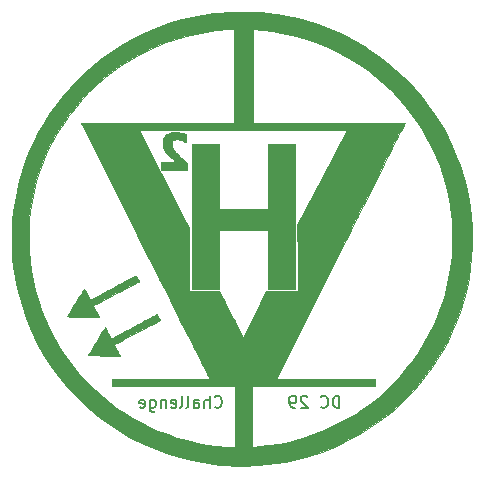
<source format=gbr>
G04 #@! TF.GenerationSoftware,KiCad,Pcbnew,(5.1.10-1-10_14)*
G04 #@! TF.CreationDate,2021-08-06T16:45:07+03:00*
G04 #@! TF.ProjectId,hhv_coin,6868765f-636f-4696-9e2e-6b696361645f,rev?*
G04 #@! TF.SameCoordinates,Original*
G04 #@! TF.FileFunction,Copper,L4,Bot*
G04 #@! TF.FilePolarity,Positive*
%FSLAX46Y46*%
G04 Gerber Fmt 4.6, Leading zero omitted, Abs format (unit mm)*
G04 Created by KiCad (PCBNEW (5.1.10-1-10_14)) date 2021-08-06 16:45:07*
%MOMM*%
%LPD*%
G01*
G04 APERTURE LIST*
G04 #@! TA.AperFunction,NonConductor*
%ADD10C,0.150000*%
G04 #@! TD*
G04 #@! TA.AperFunction,EtchedComponent*
%ADD11C,0.010000*%
G04 #@! TD*
G04 APERTURE END LIST*
D10*
X7271428Y-15152380D02*
X7271428Y-14152380D01*
X7033333Y-14152380D01*
X6890476Y-14200000D01*
X6795238Y-14295238D01*
X6747619Y-14390476D01*
X6700000Y-14580952D01*
X6700000Y-14723809D01*
X6747619Y-14914285D01*
X6795238Y-15009523D01*
X6890476Y-15104761D01*
X7033333Y-15152380D01*
X7271428Y-15152380D01*
X5700000Y-15057142D02*
X5747619Y-15104761D01*
X5890476Y-15152380D01*
X5985714Y-15152380D01*
X6128571Y-15104761D01*
X6223809Y-15009523D01*
X6271428Y-14914285D01*
X6319047Y-14723809D01*
X6319047Y-14580952D01*
X6271428Y-14390476D01*
X6223809Y-14295238D01*
X6128571Y-14200000D01*
X5985714Y-14152380D01*
X5890476Y-14152380D01*
X5747619Y-14200000D01*
X5700000Y-14247619D01*
X4557142Y-14247619D02*
X4509523Y-14200000D01*
X4414285Y-14152380D01*
X4176190Y-14152380D01*
X4080952Y-14200000D01*
X4033333Y-14247619D01*
X3985714Y-14342857D01*
X3985714Y-14438095D01*
X4033333Y-14580952D01*
X4604761Y-15152380D01*
X3985714Y-15152380D01*
X3509523Y-15152380D02*
X3319047Y-15152380D01*
X3223809Y-15104761D01*
X3176190Y-15057142D01*
X3080952Y-14914285D01*
X3033333Y-14723809D01*
X3033333Y-14342857D01*
X3080952Y-14247619D01*
X3128571Y-14200000D01*
X3223809Y-14152380D01*
X3414285Y-14152380D01*
X3509523Y-14200000D01*
X3557142Y-14247619D01*
X3604761Y-14342857D01*
X3604761Y-14580952D01*
X3557142Y-14676190D01*
X3509523Y-14723809D01*
X3414285Y-14771428D01*
X3223809Y-14771428D01*
X3128571Y-14723809D01*
X3080952Y-14676190D01*
X3033333Y-14580952D01*
X-3299999Y-15057142D02*
X-3252380Y-15104761D01*
X-3109523Y-15152380D01*
X-3014285Y-15152380D01*
X-2871428Y-15104761D01*
X-2776190Y-15009523D01*
X-2728571Y-14914285D01*
X-2680952Y-14723809D01*
X-2680952Y-14580952D01*
X-2728571Y-14390476D01*
X-2776190Y-14295238D01*
X-2871428Y-14200000D01*
X-3014285Y-14152380D01*
X-3109523Y-14152380D01*
X-3252380Y-14200000D01*
X-3299999Y-14247619D01*
X-3728571Y-15152380D02*
X-3728571Y-14152380D01*
X-4157142Y-15152380D02*
X-4157142Y-14628571D01*
X-4109523Y-14533333D01*
X-4014285Y-14485714D01*
X-3871428Y-14485714D01*
X-3776190Y-14533333D01*
X-3728571Y-14580952D01*
X-5061904Y-15152380D02*
X-5061904Y-14628571D01*
X-5014285Y-14533333D01*
X-4919047Y-14485714D01*
X-4728571Y-14485714D01*
X-4633333Y-14533333D01*
X-5061904Y-15104761D02*
X-4966666Y-15152380D01*
X-4728571Y-15152380D01*
X-4633333Y-15104761D01*
X-4585714Y-15009523D01*
X-4585714Y-14914285D01*
X-4633333Y-14819047D01*
X-4728571Y-14771428D01*
X-4966666Y-14771428D01*
X-5061904Y-14723809D01*
X-5680952Y-15152380D02*
X-5585714Y-15104761D01*
X-5538095Y-15009523D01*
X-5538095Y-14152380D01*
X-6204761Y-15152380D02*
X-6109523Y-15104761D01*
X-6061904Y-15009523D01*
X-6061904Y-14152380D01*
X-6966666Y-15104761D02*
X-6871428Y-15152380D01*
X-6680952Y-15152380D01*
X-6585714Y-15104761D01*
X-6538095Y-15009523D01*
X-6538095Y-14628571D01*
X-6585714Y-14533333D01*
X-6680952Y-14485714D01*
X-6871428Y-14485714D01*
X-6966666Y-14533333D01*
X-7014285Y-14628571D01*
X-7014285Y-14723809D01*
X-6538095Y-14819047D01*
X-7442857Y-14485714D02*
X-7442857Y-15152380D01*
X-7442857Y-14580952D02*
X-7490476Y-14533333D01*
X-7585714Y-14485714D01*
X-7728571Y-14485714D01*
X-7823809Y-14533333D01*
X-7871428Y-14628571D01*
X-7871428Y-15152380D01*
X-8776190Y-14485714D02*
X-8776190Y-15295238D01*
X-8728571Y-15390476D01*
X-8680952Y-15438095D01*
X-8585714Y-15485714D01*
X-8442857Y-15485714D01*
X-8347619Y-15438095D01*
X-8776190Y-15104761D02*
X-8680952Y-15152380D01*
X-8490476Y-15152380D01*
X-8395238Y-15104761D01*
X-8347619Y-15057142D01*
X-8299999Y-14961904D01*
X-8299999Y-14676190D01*
X-8347619Y-14580952D01*
X-8395238Y-14533333D01*
X-8490476Y-14485714D01*
X-8680952Y-14485714D01*
X-8776190Y-14533333D01*
X-9633333Y-15104761D02*
X-9538095Y-15152380D01*
X-9347619Y-15152380D01*
X-9252380Y-15104761D01*
X-9204761Y-15009523D01*
X-9204761Y-14628571D01*
X-9252380Y-14533333D01*
X-9347619Y-14485714D01*
X-9538095Y-14485714D01*
X-9633333Y-14533333D01*
X-9680952Y-14628571D01*
X-9680952Y-14723809D01*
X-9204761Y-14819047D01*
D11*
G36*
X-459809Y18373962D02*
G01*
X139307Y18351871D01*
X718082Y18313851D01*
X1071802Y18281258D01*
X1971418Y18167017D01*
X2863441Y18011514D01*
X3746316Y17815295D01*
X4618491Y17578905D01*
X5478410Y17302889D01*
X6324520Y16987795D01*
X7155267Y16634166D01*
X7969097Y16242550D01*
X8764456Y15813492D01*
X9539790Y15347537D01*
X9678718Y15258748D01*
X10424586Y14752679D01*
X11145531Y14213210D01*
X11840224Y13641677D01*
X12507336Y13039417D01*
X13145537Y12407768D01*
X13753498Y11748065D01*
X14329891Y11061645D01*
X14873386Y10349847D01*
X15382654Y9614006D01*
X15553589Y9349417D01*
X16014610Y8583534D01*
X16437295Y7800665D01*
X16821449Y7002192D01*
X17166879Y6189496D01*
X17473388Y5363959D01*
X17740782Y4526963D01*
X17968866Y3679889D01*
X18157446Y2824120D01*
X18306326Y1961037D01*
X18415312Y1092021D01*
X18484210Y218454D01*
X18512823Y-658281D01*
X18500958Y-1536804D01*
X18448420Y-2415732D01*
X18355013Y-3293684D01*
X18220544Y-4169278D01*
X18044817Y-5041133D01*
X17827638Y-5907866D01*
X17745385Y-6197500D01*
X17477519Y-7038232D01*
X17170108Y-7865257D01*
X16824128Y-8677122D01*
X16440555Y-9472377D01*
X16020364Y-10249569D01*
X15564532Y-11007249D01*
X15074033Y-11743965D01*
X14549844Y-12458265D01*
X13992940Y-13148698D01*
X13404296Y-13813813D01*
X12784889Y-14452160D01*
X12135693Y-15062286D01*
X11457685Y-15642741D01*
X11321166Y-15753177D01*
X10595922Y-16307452D01*
X9848357Y-16825955D01*
X9079441Y-17308174D01*
X8290142Y-17753600D01*
X7481431Y-18161721D01*
X6654279Y-18532026D01*
X5809653Y-18864005D01*
X4948525Y-19157148D01*
X4731209Y-19224175D01*
X4035223Y-19420526D01*
X3334046Y-19590102D01*
X2621303Y-19734072D01*
X1890614Y-19853608D01*
X1135604Y-19949879D01*
X388583Y-20020968D01*
X289971Y-20027033D01*
X155141Y-20032559D01*
X-9798Y-20037498D01*
X-198732Y-20041798D01*
X-405552Y-20045410D01*
X-624146Y-20048286D01*
X-848402Y-20050374D01*
X-1072209Y-20051627D01*
X-1289456Y-20051993D01*
X-1494031Y-20051424D01*
X-1679824Y-20049869D01*
X-1840721Y-20047280D01*
X-1970614Y-20043606D01*
X-2035000Y-20040643D01*
X-2964661Y-19967062D01*
X-3881701Y-19853248D01*
X-4785518Y-19699448D01*
X-5675509Y-19505909D01*
X-6551073Y-19272880D01*
X-7411608Y-19000608D01*
X-8256510Y-18689340D01*
X-9085179Y-18339325D01*
X-9897011Y-17950809D01*
X-10691405Y-17524041D01*
X-11467758Y-17059269D01*
X-12225469Y-16556740D01*
X-12963934Y-16016701D01*
X-13682552Y-15439400D01*
X-14100000Y-15078739D01*
X-14216921Y-14972445D01*
X-14356744Y-14841165D01*
X-14513481Y-14690850D01*
X-14681140Y-14527454D01*
X-14853731Y-14356928D01*
X-15025263Y-14185227D01*
X-15189747Y-14018302D01*
X-15341190Y-13862105D01*
X-15473604Y-13722591D01*
X-15569244Y-13618771D01*
X-16155361Y-12938457D01*
X-16707177Y-12234146D01*
X-17224086Y-11507127D01*
X-17705482Y-10758689D01*
X-18150759Y-9990118D01*
X-18559313Y-9202703D01*
X-18930537Y-8397734D01*
X-19263825Y-7576497D01*
X-19558573Y-6740282D01*
X-19814174Y-5890376D01*
X-20030022Y-5028068D01*
X-20205512Y-4154646D01*
X-20301843Y-3552530D01*
X-20345432Y-3236896D01*
X-20381703Y-2945570D01*
X-20411357Y-2669279D01*
X-20435098Y-2398751D01*
X-20453630Y-2124714D01*
X-20467654Y-1837896D01*
X-20477873Y-1529025D01*
X-20484992Y-1188828D01*
X-20486001Y-1123328D01*
X-20486140Y-983056D01*
X-19051202Y-983056D01*
X-19021276Y-1825559D01*
X-18950945Y-2666032D01*
X-18840208Y-3502849D01*
X-18689066Y-4334380D01*
X-18497517Y-5158998D01*
X-18265562Y-5975075D01*
X-17993199Y-6780983D01*
X-17839825Y-7184791D01*
X-17504961Y-7977016D01*
X-17133224Y-8749257D01*
X-16725610Y-9500455D01*
X-16283114Y-10229548D01*
X-15806731Y-10935475D01*
X-15297458Y-11617177D01*
X-14756290Y-12273592D01*
X-14184223Y-12903660D01*
X-13582252Y-13506321D01*
X-12951373Y-14080512D01*
X-12292582Y-14625175D01*
X-11606874Y-15139247D01*
X-10895246Y-15621669D01*
X-10158692Y-16071380D01*
X-9398208Y-16487318D01*
X-8854685Y-16756617D01*
X-8073099Y-17104533D01*
X-7272954Y-17415071D01*
X-6456655Y-17687631D01*
X-5626609Y-17921611D01*
X-4785223Y-18116411D01*
X-3934901Y-18271430D01*
X-3078051Y-18386067D01*
X-2217078Y-18459722D01*
X-1982084Y-18472608D01*
X-1864231Y-18478378D01*
X-1759410Y-18483668D01*
X-1675763Y-18488057D01*
X-1621430Y-18491120D01*
X-1606375Y-18492138D01*
X-1600867Y-18491003D01*
X-1595932Y-18485134D01*
X-1591539Y-18472336D01*
X-1587657Y-18450415D01*
X-1584253Y-18417176D01*
X-1581298Y-18370426D01*
X-1578759Y-18307970D01*
X-1576604Y-18227614D01*
X-1574804Y-18127163D01*
X-1573326Y-18004423D01*
X-1572138Y-17857200D01*
X-1571210Y-17683300D01*
X-1570511Y-17480528D01*
X-1570007Y-17246690D01*
X-1569670Y-16979591D01*
X-1569466Y-16677038D01*
X-1569364Y-16336835D01*
X-1569334Y-15956790D01*
X-1569334Y-13309500D01*
X-130000Y-13309500D01*
X-130000Y-18467952D01*
X-29459Y-18460544D01*
X24258Y-18456371D01*
X111163Y-18449372D01*
X222262Y-18440282D01*
X348559Y-18429836D01*
X462666Y-18420313D01*
X1329166Y-18326484D01*
X2189359Y-18190822D01*
X3042785Y-18013421D01*
X3888986Y-17794374D01*
X4632166Y-17565629D01*
X5312242Y-17323201D01*
X5997809Y-17045301D01*
X6680946Y-16735856D01*
X7353732Y-16398794D01*
X8008245Y-16038044D01*
X8636564Y-15657535D01*
X9109250Y-15345514D01*
X9819123Y-14832724D01*
X10501195Y-14288350D01*
X11154605Y-13713259D01*
X11778496Y-13108320D01*
X12372009Y-12474401D01*
X12934285Y-11812371D01*
X13464466Y-11123097D01*
X13896958Y-10504916D01*
X14355741Y-9781209D01*
X14777572Y-9037669D01*
X15161898Y-8275817D01*
X15508164Y-7497174D01*
X15815813Y-6703261D01*
X16084292Y-5895600D01*
X16313045Y-5075713D01*
X16501517Y-4245120D01*
X16649153Y-3405342D01*
X16738903Y-2715055D01*
X16762551Y-2493066D01*
X16782032Y-2293805D01*
X16797729Y-2109493D01*
X16810023Y-1932354D01*
X16819296Y-1754609D01*
X16825928Y-1568481D01*
X16830301Y-1366192D01*
X16832798Y-1139964D01*
X16833799Y-882021D01*
X16833866Y-778833D01*
X16833315Y-507427D01*
X16831406Y-270566D01*
X16827760Y-60471D01*
X16821993Y130634D01*
X16813725Y310528D01*
X16802574Y486988D01*
X16788158Y667791D01*
X16770097Y860716D01*
X16748009Y1073540D01*
X16738903Y1157390D01*
X16625251Y2001734D01*
X16470772Y2836529D01*
X16276156Y3660502D01*
X16042092Y4472385D01*
X15769271Y5270908D01*
X15458380Y6054799D01*
X15110110Y6822788D01*
X14725150Y7573606D01*
X14304188Y8305982D01*
X13847916Y9018647D01*
X13357021Y9710329D01*
X12832193Y10379758D01*
X12274122Y11025665D01*
X11683497Y11646779D01*
X11061008Y12241830D01*
X10421583Y12797752D01*
X9748295Y13328729D01*
X9049428Y13826738D01*
X8326935Y14290886D01*
X7582768Y14720283D01*
X6818884Y15114038D01*
X6037234Y15471259D01*
X5239773Y15791057D01*
X4428454Y16072539D01*
X3605232Y16314816D01*
X2772060Y16516995D01*
X1930892Y16678187D01*
X1902000Y16682965D01*
X1704860Y16713927D01*
X1492656Y16744644D01*
X1271758Y16774398D01*
X1048538Y16802468D01*
X829366Y16828134D01*
X620614Y16850677D01*
X428651Y16869377D01*
X259850Y16883513D01*
X120580Y16892367D01*
X23458Y16895228D01*
X-66500Y16895334D01*
X-66500Y8957834D01*
X6357583Y8957834D01*
X6876267Y8957782D01*
X7383916Y8957630D01*
X7878904Y8957381D01*
X8359605Y8957040D01*
X8824391Y8956610D01*
X9271636Y8956096D01*
X9699714Y8955501D01*
X10106998Y8954829D01*
X10491861Y8954085D01*
X10852676Y8953273D01*
X11187817Y8952396D01*
X11495658Y8951459D01*
X11774572Y8950466D01*
X12022932Y8949420D01*
X12239111Y8948326D01*
X12421483Y8947188D01*
X12568422Y8946009D01*
X12678300Y8944794D01*
X12749491Y8943546D01*
X12780369Y8942271D01*
X12781600Y8941959D01*
X12772180Y8922280D01*
X12744285Y8865836D01*
X12698445Y8773687D01*
X12635192Y8646893D01*
X12555059Y8486514D01*
X12458577Y8293612D01*
X12346278Y8069246D01*
X12218694Y7814476D01*
X12076358Y7530364D01*
X11919800Y7217969D01*
X11749553Y6878351D01*
X11566149Y6512572D01*
X11370120Y6121692D01*
X11161997Y5706770D01*
X10942313Y5268868D01*
X10711599Y4809045D01*
X10470388Y4328363D01*
X10219211Y3827880D01*
X9958599Y3308659D01*
X9689086Y2771758D01*
X9411203Y2218239D01*
X9125482Y1649162D01*
X8832455Y1065587D01*
X8532653Y468575D01*
X8226609Y-140814D01*
X7914854Y-761520D01*
X7597921Y-1392482D01*
X7342640Y-1900666D01*
X1903746Y-12727416D01*
X10305166Y-12738104D01*
X10305166Y-13309500D01*
X-130000Y-13309500D01*
X-1569334Y-13309500D01*
X-11983334Y-13309500D01*
X-11983334Y-12738000D01*
X-7845250Y-12738000D01*
X-7430018Y-12737920D01*
X-7026225Y-12737685D01*
X-6635898Y-12737304D01*
X-6261064Y-12736783D01*
X-5903748Y-12736131D01*
X-5565977Y-12735356D01*
X-5249778Y-12734465D01*
X-4957177Y-12733466D01*
X-4690199Y-12732367D01*
X-4450872Y-12731175D01*
X-4241222Y-12729899D01*
X-4063275Y-12728546D01*
X-3919057Y-12727124D01*
X-3810595Y-12725640D01*
X-3739915Y-12724103D01*
X-3709044Y-12722520D01*
X-3707783Y-12722125D01*
X-3717248Y-12702453D01*
X-3745217Y-12646029D01*
X-3791155Y-12553912D01*
X-3854532Y-12427163D01*
X-3934813Y-12266840D01*
X-4031467Y-12074005D01*
X-4143960Y-11849716D01*
X-4271760Y-11595033D01*
X-4414335Y-11311017D01*
X-4571152Y-10998726D01*
X-4741677Y-10659222D01*
X-4925379Y-10293563D01*
X-5121725Y-9902809D01*
X-5330182Y-9488020D01*
X-5550218Y-9050256D01*
X-5781300Y-8590577D01*
X-6022894Y-8110043D01*
X-6274470Y-7609713D01*
X-6535493Y-7090647D01*
X-6805432Y-6553904D01*
X-7083753Y-6000546D01*
X-7369925Y-5431631D01*
X-7663414Y-4848219D01*
X-7963687Y-4251370D01*
X-8270213Y-3642144D01*
X-8582458Y-3021601D01*
X-8899890Y-2390800D01*
X-9157206Y-1879500D01*
X-14307740Y8354584D01*
X-9730996Y8354584D01*
X-7584870Y4227084D01*
X-5438745Y99584D01*
X-5469833Y-5266166D01*
X-2903036Y-5266166D01*
X-2688957Y-5694791D01*
X-2645129Y-5782337D01*
X-2584188Y-5903756D01*
X-2508106Y-6055131D01*
X-2418855Y-6232547D01*
X-2318405Y-6432090D01*
X-2208730Y-6649843D01*
X-2091800Y-6881892D01*
X-1969587Y-7124320D01*
X-1844063Y-7373213D01*
X-1717200Y-7624655D01*
X-1691255Y-7676064D01*
X-907631Y-9228711D01*
X89726Y-7247809D01*
X1087083Y-5266908D01*
X3727539Y-5266166D01*
X3721210Y-2488041D01*
X3714882Y290084D01*
X5809706Y4322334D01*
X7904529Y8354584D01*
X3495681Y8359925D01*
X2983572Y8360481D01*
X2434855Y8360956D01*
X1855255Y8361350D01*
X1250496Y8361664D01*
X626304Y8361898D01*
X-11597Y8362050D01*
X-657482Y8362122D01*
X-1305625Y8362114D01*
X-1950302Y8362025D01*
X-2585788Y8361855D01*
X-3206357Y8361605D01*
X-3806286Y8361274D01*
X-4379848Y8360862D01*
X-4921320Y8360370D01*
X-5322082Y8359925D01*
X-9730996Y8354584D01*
X-14307740Y8354584D01*
X-14606013Y8947250D01*
X-8119423Y8952576D01*
X-1632834Y8957902D01*
X-1632834Y16916500D01*
X-1796875Y16916465D01*
X-1896644Y16914213D01*
X-2030730Y16907891D01*
X-2191374Y16898092D01*
X-2370817Y16885411D01*
X-2561301Y16870441D01*
X-2755068Y16853778D01*
X-2944358Y16836015D01*
X-3121412Y16817747D01*
X-3199167Y16809044D01*
X-4061618Y16688547D01*
X-4914011Y16527432D01*
X-5755007Y16326344D01*
X-6583270Y16085930D01*
X-7397461Y15806837D01*
X-8196244Y15489710D01*
X-8978281Y15135197D01*
X-9742235Y14743945D01*
X-10486767Y14316599D01*
X-11210541Y13853806D01*
X-11912220Y13356213D01*
X-12590465Y12824465D01*
X-13243939Y12259211D01*
X-13871305Y11661095D01*
X-13892129Y11640222D01*
X-14494533Y11005984D01*
X-15062013Y10348161D01*
X-15594225Y9667272D01*
X-16090830Y8963835D01*
X-16551486Y8238372D01*
X-16975851Y7491401D01*
X-17363585Y6723443D01*
X-17714346Y5935016D01*
X-17836090Y5634667D01*
X-18129386Y4834536D01*
X-18382281Y4023411D01*
X-18594775Y3202919D01*
X-18766866Y2374689D01*
X-18898555Y1540349D01*
X-18989841Y701526D01*
X-19040723Y-140152D01*
X-19051202Y-983056D01*
X-20486140Y-983056D01*
X-20486653Y-468170D01*
X-20468413Y157896D01*
X-20430620Y763989D01*
X-20372615Y1359223D01*
X-20293737Y1952715D01*
X-20237963Y2300920D01*
X-20065448Y3192567D01*
X-19853536Y4068818D01*
X-19602415Y4929276D01*
X-19312277Y5773541D01*
X-18983310Y6601215D01*
X-18615706Y7411899D01*
X-18209653Y8205194D01*
X-17765343Y8980703D01*
X-17282964Y9738027D01*
X-16762708Y10476766D01*
X-16204764Y11196523D01*
X-15727884Y11762417D01*
X-15552403Y11957865D01*
X-15350465Y12173599D01*
X-15128516Y12403269D01*
X-14893002Y12640526D01*
X-14650370Y12879019D01*
X-14407066Y13112399D01*
X-14169536Y13334316D01*
X-13944227Y13538421D01*
X-13771917Y13689067D01*
X-13326942Y14057123D01*
X-12851314Y14425691D01*
X-12355890Y14786981D01*
X-11851529Y15133201D01*
X-11349089Y15456559D01*
X-11083750Y15618113D01*
X-10292009Y16065517D01*
X-9482196Y16474856D01*
X-8655612Y16845708D01*
X-7813556Y17177652D01*
X-6957329Y17470264D01*
X-6088230Y17723121D01*
X-5207559Y17935802D01*
X-4316616Y18107883D01*
X-3416701Y18238941D01*
X-2828750Y18301822D01*
X-2263737Y18344055D01*
X-1672878Y18370115D01*
X-1067720Y18380064D01*
X-459809Y18373962D01*
G37*
X-459809Y18373962D02*
X139307Y18351871D01*
X718082Y18313851D01*
X1071802Y18281258D01*
X1971418Y18167017D01*
X2863441Y18011514D01*
X3746316Y17815295D01*
X4618491Y17578905D01*
X5478410Y17302889D01*
X6324520Y16987795D01*
X7155267Y16634166D01*
X7969097Y16242550D01*
X8764456Y15813492D01*
X9539790Y15347537D01*
X9678718Y15258748D01*
X10424586Y14752679D01*
X11145531Y14213210D01*
X11840224Y13641677D01*
X12507336Y13039417D01*
X13145537Y12407768D01*
X13753498Y11748065D01*
X14329891Y11061645D01*
X14873386Y10349847D01*
X15382654Y9614006D01*
X15553589Y9349417D01*
X16014610Y8583534D01*
X16437295Y7800665D01*
X16821449Y7002192D01*
X17166879Y6189496D01*
X17473388Y5363959D01*
X17740782Y4526963D01*
X17968866Y3679889D01*
X18157446Y2824120D01*
X18306326Y1961037D01*
X18415312Y1092021D01*
X18484210Y218454D01*
X18512823Y-658281D01*
X18500958Y-1536804D01*
X18448420Y-2415732D01*
X18355013Y-3293684D01*
X18220544Y-4169278D01*
X18044817Y-5041133D01*
X17827638Y-5907866D01*
X17745385Y-6197500D01*
X17477519Y-7038232D01*
X17170108Y-7865257D01*
X16824128Y-8677122D01*
X16440555Y-9472377D01*
X16020364Y-10249569D01*
X15564532Y-11007249D01*
X15074033Y-11743965D01*
X14549844Y-12458265D01*
X13992940Y-13148698D01*
X13404296Y-13813813D01*
X12784889Y-14452160D01*
X12135693Y-15062286D01*
X11457685Y-15642741D01*
X11321166Y-15753177D01*
X10595922Y-16307452D01*
X9848357Y-16825955D01*
X9079441Y-17308174D01*
X8290142Y-17753600D01*
X7481431Y-18161721D01*
X6654279Y-18532026D01*
X5809653Y-18864005D01*
X4948525Y-19157148D01*
X4731209Y-19224175D01*
X4035223Y-19420526D01*
X3334046Y-19590102D01*
X2621303Y-19734072D01*
X1890614Y-19853608D01*
X1135604Y-19949879D01*
X388583Y-20020968D01*
X289971Y-20027033D01*
X155141Y-20032559D01*
X-9798Y-20037498D01*
X-198732Y-20041798D01*
X-405552Y-20045410D01*
X-624146Y-20048286D01*
X-848402Y-20050374D01*
X-1072209Y-20051627D01*
X-1289456Y-20051993D01*
X-1494031Y-20051424D01*
X-1679824Y-20049869D01*
X-1840721Y-20047280D01*
X-1970614Y-20043606D01*
X-2035000Y-20040643D01*
X-2964661Y-19967062D01*
X-3881701Y-19853248D01*
X-4785518Y-19699448D01*
X-5675509Y-19505909D01*
X-6551073Y-19272880D01*
X-7411608Y-19000608D01*
X-8256510Y-18689340D01*
X-9085179Y-18339325D01*
X-9897011Y-17950809D01*
X-10691405Y-17524041D01*
X-11467758Y-17059269D01*
X-12225469Y-16556740D01*
X-12963934Y-16016701D01*
X-13682552Y-15439400D01*
X-14100000Y-15078739D01*
X-14216921Y-14972445D01*
X-14356744Y-14841165D01*
X-14513481Y-14690850D01*
X-14681140Y-14527454D01*
X-14853731Y-14356928D01*
X-15025263Y-14185227D01*
X-15189747Y-14018302D01*
X-15341190Y-13862105D01*
X-15473604Y-13722591D01*
X-15569244Y-13618771D01*
X-16155361Y-12938457D01*
X-16707177Y-12234146D01*
X-17224086Y-11507127D01*
X-17705482Y-10758689D01*
X-18150759Y-9990118D01*
X-18559313Y-9202703D01*
X-18930537Y-8397734D01*
X-19263825Y-7576497D01*
X-19558573Y-6740282D01*
X-19814174Y-5890376D01*
X-20030022Y-5028068D01*
X-20205512Y-4154646D01*
X-20301843Y-3552530D01*
X-20345432Y-3236896D01*
X-20381703Y-2945570D01*
X-20411357Y-2669279D01*
X-20435098Y-2398751D01*
X-20453630Y-2124714D01*
X-20467654Y-1837896D01*
X-20477873Y-1529025D01*
X-20484992Y-1188828D01*
X-20486001Y-1123328D01*
X-20486140Y-983056D01*
X-19051202Y-983056D01*
X-19021276Y-1825559D01*
X-18950945Y-2666032D01*
X-18840208Y-3502849D01*
X-18689066Y-4334380D01*
X-18497517Y-5158998D01*
X-18265562Y-5975075D01*
X-17993199Y-6780983D01*
X-17839825Y-7184791D01*
X-17504961Y-7977016D01*
X-17133224Y-8749257D01*
X-16725610Y-9500455D01*
X-16283114Y-10229548D01*
X-15806731Y-10935475D01*
X-15297458Y-11617177D01*
X-14756290Y-12273592D01*
X-14184223Y-12903660D01*
X-13582252Y-13506321D01*
X-12951373Y-14080512D01*
X-12292582Y-14625175D01*
X-11606874Y-15139247D01*
X-10895246Y-15621669D01*
X-10158692Y-16071380D01*
X-9398208Y-16487318D01*
X-8854685Y-16756617D01*
X-8073099Y-17104533D01*
X-7272954Y-17415071D01*
X-6456655Y-17687631D01*
X-5626609Y-17921611D01*
X-4785223Y-18116411D01*
X-3934901Y-18271430D01*
X-3078051Y-18386067D01*
X-2217078Y-18459722D01*
X-1982084Y-18472608D01*
X-1864231Y-18478378D01*
X-1759410Y-18483668D01*
X-1675763Y-18488057D01*
X-1621430Y-18491120D01*
X-1606375Y-18492138D01*
X-1600867Y-18491003D01*
X-1595932Y-18485134D01*
X-1591539Y-18472336D01*
X-1587657Y-18450415D01*
X-1584253Y-18417176D01*
X-1581298Y-18370426D01*
X-1578759Y-18307970D01*
X-1576604Y-18227614D01*
X-1574804Y-18127163D01*
X-1573326Y-18004423D01*
X-1572138Y-17857200D01*
X-1571210Y-17683300D01*
X-1570511Y-17480528D01*
X-1570007Y-17246690D01*
X-1569670Y-16979591D01*
X-1569466Y-16677038D01*
X-1569364Y-16336835D01*
X-1569334Y-15956790D01*
X-1569334Y-13309500D01*
X-130000Y-13309500D01*
X-130000Y-18467952D01*
X-29459Y-18460544D01*
X24258Y-18456371D01*
X111163Y-18449372D01*
X222262Y-18440282D01*
X348559Y-18429836D01*
X462666Y-18420313D01*
X1329166Y-18326484D01*
X2189359Y-18190822D01*
X3042785Y-18013421D01*
X3888986Y-17794374D01*
X4632166Y-17565629D01*
X5312242Y-17323201D01*
X5997809Y-17045301D01*
X6680946Y-16735856D01*
X7353732Y-16398794D01*
X8008245Y-16038044D01*
X8636564Y-15657535D01*
X9109250Y-15345514D01*
X9819123Y-14832724D01*
X10501195Y-14288350D01*
X11154605Y-13713259D01*
X11778496Y-13108320D01*
X12372009Y-12474401D01*
X12934285Y-11812371D01*
X13464466Y-11123097D01*
X13896958Y-10504916D01*
X14355741Y-9781209D01*
X14777572Y-9037669D01*
X15161898Y-8275817D01*
X15508164Y-7497174D01*
X15815813Y-6703261D01*
X16084292Y-5895600D01*
X16313045Y-5075713D01*
X16501517Y-4245120D01*
X16649153Y-3405342D01*
X16738903Y-2715055D01*
X16762551Y-2493066D01*
X16782032Y-2293805D01*
X16797729Y-2109493D01*
X16810023Y-1932354D01*
X16819296Y-1754609D01*
X16825928Y-1568481D01*
X16830301Y-1366192D01*
X16832798Y-1139964D01*
X16833799Y-882021D01*
X16833866Y-778833D01*
X16833315Y-507427D01*
X16831406Y-270566D01*
X16827760Y-60471D01*
X16821993Y130634D01*
X16813725Y310528D01*
X16802574Y486988D01*
X16788158Y667791D01*
X16770097Y860716D01*
X16748009Y1073540D01*
X16738903Y1157390D01*
X16625251Y2001734D01*
X16470772Y2836529D01*
X16276156Y3660502D01*
X16042092Y4472385D01*
X15769271Y5270908D01*
X15458380Y6054799D01*
X15110110Y6822788D01*
X14725150Y7573606D01*
X14304188Y8305982D01*
X13847916Y9018647D01*
X13357021Y9710329D01*
X12832193Y10379758D01*
X12274122Y11025665D01*
X11683497Y11646779D01*
X11061008Y12241830D01*
X10421583Y12797752D01*
X9748295Y13328729D01*
X9049428Y13826738D01*
X8326935Y14290886D01*
X7582768Y14720283D01*
X6818884Y15114038D01*
X6037234Y15471259D01*
X5239773Y15791057D01*
X4428454Y16072539D01*
X3605232Y16314816D01*
X2772060Y16516995D01*
X1930892Y16678187D01*
X1902000Y16682965D01*
X1704860Y16713927D01*
X1492656Y16744644D01*
X1271758Y16774398D01*
X1048538Y16802468D01*
X829366Y16828134D01*
X620614Y16850677D01*
X428651Y16869377D01*
X259850Y16883513D01*
X120580Y16892367D01*
X23458Y16895228D01*
X-66500Y16895334D01*
X-66500Y8957834D01*
X6357583Y8957834D01*
X6876267Y8957782D01*
X7383916Y8957630D01*
X7878904Y8957381D01*
X8359605Y8957040D01*
X8824391Y8956610D01*
X9271636Y8956096D01*
X9699714Y8955501D01*
X10106998Y8954829D01*
X10491861Y8954085D01*
X10852676Y8953273D01*
X11187817Y8952396D01*
X11495658Y8951459D01*
X11774572Y8950466D01*
X12022932Y8949420D01*
X12239111Y8948326D01*
X12421483Y8947188D01*
X12568422Y8946009D01*
X12678300Y8944794D01*
X12749491Y8943546D01*
X12780369Y8942271D01*
X12781600Y8941959D01*
X12772180Y8922280D01*
X12744285Y8865836D01*
X12698445Y8773687D01*
X12635192Y8646893D01*
X12555059Y8486514D01*
X12458577Y8293612D01*
X12346278Y8069246D01*
X12218694Y7814476D01*
X12076358Y7530364D01*
X11919800Y7217969D01*
X11749553Y6878351D01*
X11566149Y6512572D01*
X11370120Y6121692D01*
X11161997Y5706770D01*
X10942313Y5268868D01*
X10711599Y4809045D01*
X10470388Y4328363D01*
X10219211Y3827880D01*
X9958599Y3308659D01*
X9689086Y2771758D01*
X9411203Y2218239D01*
X9125482Y1649162D01*
X8832455Y1065587D01*
X8532653Y468575D01*
X8226609Y-140814D01*
X7914854Y-761520D01*
X7597921Y-1392482D01*
X7342640Y-1900666D01*
X1903746Y-12727416D01*
X10305166Y-12738104D01*
X10305166Y-13309500D01*
X-130000Y-13309500D01*
X-1569334Y-13309500D01*
X-11983334Y-13309500D01*
X-11983334Y-12738000D01*
X-7845250Y-12738000D01*
X-7430018Y-12737920D01*
X-7026225Y-12737685D01*
X-6635898Y-12737304D01*
X-6261064Y-12736783D01*
X-5903748Y-12736131D01*
X-5565977Y-12735356D01*
X-5249778Y-12734465D01*
X-4957177Y-12733466D01*
X-4690199Y-12732367D01*
X-4450872Y-12731175D01*
X-4241222Y-12729899D01*
X-4063275Y-12728546D01*
X-3919057Y-12727124D01*
X-3810595Y-12725640D01*
X-3739915Y-12724103D01*
X-3709044Y-12722520D01*
X-3707783Y-12722125D01*
X-3717248Y-12702453D01*
X-3745217Y-12646029D01*
X-3791155Y-12553912D01*
X-3854532Y-12427163D01*
X-3934813Y-12266840D01*
X-4031467Y-12074005D01*
X-4143960Y-11849716D01*
X-4271760Y-11595033D01*
X-4414335Y-11311017D01*
X-4571152Y-10998726D01*
X-4741677Y-10659222D01*
X-4925379Y-10293563D01*
X-5121725Y-9902809D01*
X-5330182Y-9488020D01*
X-5550218Y-9050256D01*
X-5781300Y-8590577D01*
X-6022894Y-8110043D01*
X-6274470Y-7609713D01*
X-6535493Y-7090647D01*
X-6805432Y-6553904D01*
X-7083753Y-6000546D01*
X-7369925Y-5431631D01*
X-7663414Y-4848219D01*
X-7963687Y-4251370D01*
X-8270213Y-3642144D01*
X-8582458Y-3021601D01*
X-8899890Y-2390800D01*
X-9157206Y-1879500D01*
X-14307740Y8354584D01*
X-9730996Y8354584D01*
X-7584870Y4227084D01*
X-5438745Y99584D01*
X-5469833Y-5266166D01*
X-2903036Y-5266166D01*
X-2688957Y-5694791D01*
X-2645129Y-5782337D01*
X-2584188Y-5903756D01*
X-2508106Y-6055131D01*
X-2418855Y-6232547D01*
X-2318405Y-6432090D01*
X-2208730Y-6649843D01*
X-2091800Y-6881892D01*
X-1969587Y-7124320D01*
X-1844063Y-7373213D01*
X-1717200Y-7624655D01*
X-1691255Y-7676064D01*
X-907631Y-9228711D01*
X89726Y-7247809D01*
X1087083Y-5266908D01*
X3727539Y-5266166D01*
X3721210Y-2488041D01*
X3714882Y290084D01*
X5809706Y4322334D01*
X7904529Y8354584D01*
X3495681Y8359925D01*
X2983572Y8360481D01*
X2434855Y8360956D01*
X1855255Y8361350D01*
X1250496Y8361664D01*
X626304Y8361898D01*
X-11597Y8362050D01*
X-657482Y8362122D01*
X-1305625Y8362114D01*
X-1950302Y8362025D01*
X-2585788Y8361855D01*
X-3206357Y8361605D01*
X-3806286Y8361274D01*
X-4379848Y8360862D01*
X-4921320Y8360370D01*
X-5322082Y8359925D01*
X-9730996Y8354584D01*
X-14307740Y8354584D01*
X-14606013Y8947250D01*
X-8119423Y8952576D01*
X-1632834Y8957902D01*
X-1632834Y16916500D01*
X-1796875Y16916465D01*
X-1896644Y16914213D01*
X-2030730Y16907891D01*
X-2191374Y16898092D01*
X-2370817Y16885411D01*
X-2561301Y16870441D01*
X-2755068Y16853778D01*
X-2944358Y16836015D01*
X-3121412Y16817747D01*
X-3199167Y16809044D01*
X-4061618Y16688547D01*
X-4914011Y16527432D01*
X-5755007Y16326344D01*
X-6583270Y16085930D01*
X-7397461Y15806837D01*
X-8196244Y15489710D01*
X-8978281Y15135197D01*
X-9742235Y14743945D01*
X-10486767Y14316599D01*
X-11210541Y13853806D01*
X-11912220Y13356213D01*
X-12590465Y12824465D01*
X-13243939Y12259211D01*
X-13871305Y11661095D01*
X-13892129Y11640222D01*
X-14494533Y11005984D01*
X-15062013Y10348161D01*
X-15594225Y9667272D01*
X-16090830Y8963835D01*
X-16551486Y8238372D01*
X-16975851Y7491401D01*
X-17363585Y6723443D01*
X-17714346Y5935016D01*
X-17836090Y5634667D01*
X-18129386Y4834536D01*
X-18382281Y4023411D01*
X-18594775Y3202919D01*
X-18766866Y2374689D01*
X-18898555Y1540349D01*
X-18989841Y701526D01*
X-19040723Y-140152D01*
X-19051202Y-983056D01*
X-20486140Y-983056D01*
X-20486653Y-468170D01*
X-20468413Y157896D01*
X-20430620Y763989D01*
X-20372615Y1359223D01*
X-20293737Y1952715D01*
X-20237963Y2300920D01*
X-20065448Y3192567D01*
X-19853536Y4068818D01*
X-19602415Y4929276D01*
X-19312277Y5773541D01*
X-18983310Y6601215D01*
X-18615706Y7411899D01*
X-18209653Y8205194D01*
X-17765343Y8980703D01*
X-17282964Y9738027D01*
X-16762708Y10476766D01*
X-16204764Y11196523D01*
X-15727884Y11762417D01*
X-15552403Y11957865D01*
X-15350465Y12173599D01*
X-15128516Y12403269D01*
X-14893002Y12640526D01*
X-14650370Y12879019D01*
X-14407066Y13112399D01*
X-14169536Y13334316D01*
X-13944227Y13538421D01*
X-13771917Y13689067D01*
X-13326942Y14057123D01*
X-12851314Y14425691D01*
X-12355890Y14786981D01*
X-11851529Y15133201D01*
X-11349089Y15456559D01*
X-11083750Y15618113D01*
X-10292009Y16065517D01*
X-9482196Y16474856D01*
X-8655612Y16845708D01*
X-7813556Y17177652D01*
X-6957329Y17470264D01*
X-6088230Y17723121D01*
X-5207559Y17935802D01*
X-4316616Y18107883D01*
X-3416701Y18238941D01*
X-2828750Y18301822D01*
X-2263737Y18344055D01*
X-1672878Y18370115D01*
X-1067720Y18380064D01*
X-459809Y18373962D01*
G36*
X-8055118Y-7478780D02*
G01*
X-7997696Y-7568216D01*
X-7950530Y-7644314D01*
X-7917575Y-7700480D01*
X-7902789Y-7730122D01*
X-7902559Y-7732947D01*
X-7922033Y-7743610D01*
X-7976586Y-7772516D01*
X-8063742Y-7818373D01*
X-8181025Y-7879886D01*
X-8325959Y-7955762D01*
X-8496069Y-8044706D01*
X-8688879Y-8145424D01*
X-8901912Y-8256622D01*
X-9132693Y-8377007D01*
X-9378746Y-8505284D01*
X-9637596Y-8640160D01*
X-9867556Y-8759925D01*
X-10135303Y-8899356D01*
X-10392321Y-9033235D01*
X-10636140Y-9160272D01*
X-10864290Y-9279179D01*
X-11074300Y-9388668D01*
X-11263701Y-9487450D01*
X-11430022Y-9574236D01*
X-11570794Y-9647738D01*
X-11683547Y-9706669D01*
X-11765810Y-9749738D01*
X-11815113Y-9775658D01*
X-11829269Y-9783250D01*
X-11820809Y-9802177D01*
X-11794566Y-9853269D01*
X-11753161Y-9931603D01*
X-11699217Y-10032252D01*
X-11635357Y-10150292D01*
X-11569978Y-10270240D01*
X-11499048Y-10400238D01*
X-11435325Y-10517615D01*
X-11381488Y-10617390D01*
X-11340214Y-10694578D01*
X-11314183Y-10744199D01*
X-11306000Y-10761207D01*
X-11312253Y-10763670D01*
X-11332710Y-10765445D01*
X-11369922Y-10766493D01*
X-11426437Y-10766774D01*
X-11504805Y-10766248D01*
X-11607575Y-10764874D01*
X-11737298Y-10762613D01*
X-11896523Y-10759424D01*
X-12087798Y-10755268D01*
X-12313674Y-10750105D01*
X-12576700Y-10743895D01*
X-12879426Y-10736597D01*
X-12888229Y-10736383D01*
X-13100923Y-10731094D01*
X-13300940Y-10725884D01*
X-13484263Y-10720875D01*
X-13646877Y-10716187D01*
X-13784768Y-10711941D01*
X-13893919Y-10708258D01*
X-13970315Y-10705260D01*
X-14009941Y-10703066D01*
X-14014534Y-10702465D01*
X-14006933Y-10684004D01*
X-13979086Y-10633316D01*
X-13933233Y-10554040D01*
X-13871616Y-10449815D01*
X-13796474Y-10324280D01*
X-13710050Y-10181075D01*
X-13614583Y-10023838D01*
X-13512316Y-9856210D01*
X-13405488Y-9681830D01*
X-13296341Y-9504336D01*
X-13187116Y-9327368D01*
X-13080054Y-9154565D01*
X-12977395Y-8989567D01*
X-12881380Y-8836012D01*
X-12794251Y-8697541D01*
X-12718249Y-8577791D01*
X-12655613Y-8480404D01*
X-12608586Y-8409017D01*
X-12579408Y-8367270D01*
X-12570648Y-8357601D01*
X-12557240Y-8375439D01*
X-12527857Y-8426204D01*
X-12485201Y-8504831D01*
X-12431978Y-8606259D01*
X-12370891Y-8725424D01*
X-12316866Y-8832750D01*
X-12251438Y-8962717D01*
X-12191813Y-9079172D01*
X-12140672Y-9177040D01*
X-12100694Y-9251246D01*
X-12074560Y-9296716D01*
X-12065343Y-9309000D01*
X-12045732Y-9299205D01*
X-11991925Y-9270914D01*
X-11906964Y-9225766D01*
X-11793891Y-9165399D01*
X-11655746Y-9091454D01*
X-11495573Y-9005568D01*
X-11316414Y-8909381D01*
X-11121309Y-8804532D01*
X-10913301Y-8692661D01*
X-10695432Y-8575406D01*
X-10470744Y-8454406D01*
X-10242278Y-8331300D01*
X-10013076Y-8207728D01*
X-9786181Y-8085329D01*
X-9564633Y-7965741D01*
X-9351476Y-7850604D01*
X-9149751Y-7741557D01*
X-8962499Y-7640239D01*
X-8792763Y-7548289D01*
X-8643584Y-7467346D01*
X-8518005Y-7399049D01*
X-8419067Y-7345037D01*
X-8349812Y-7306950D01*
X-8347947Y-7305917D01*
X-8215644Y-7232581D01*
X-8055118Y-7478780D01*
G37*
X-8055118Y-7478780D02*
X-7997696Y-7568216D01*
X-7950530Y-7644314D01*
X-7917575Y-7700480D01*
X-7902789Y-7730122D01*
X-7902559Y-7732947D01*
X-7922033Y-7743610D01*
X-7976586Y-7772516D01*
X-8063742Y-7818373D01*
X-8181025Y-7879886D01*
X-8325959Y-7955762D01*
X-8496069Y-8044706D01*
X-8688879Y-8145424D01*
X-8901912Y-8256622D01*
X-9132693Y-8377007D01*
X-9378746Y-8505284D01*
X-9637596Y-8640160D01*
X-9867556Y-8759925D01*
X-10135303Y-8899356D01*
X-10392321Y-9033235D01*
X-10636140Y-9160272D01*
X-10864290Y-9279179D01*
X-11074300Y-9388668D01*
X-11263701Y-9487450D01*
X-11430022Y-9574236D01*
X-11570794Y-9647738D01*
X-11683547Y-9706669D01*
X-11765810Y-9749738D01*
X-11815113Y-9775658D01*
X-11829269Y-9783250D01*
X-11820809Y-9802177D01*
X-11794566Y-9853269D01*
X-11753161Y-9931603D01*
X-11699217Y-10032252D01*
X-11635357Y-10150292D01*
X-11569978Y-10270240D01*
X-11499048Y-10400238D01*
X-11435325Y-10517615D01*
X-11381488Y-10617390D01*
X-11340214Y-10694578D01*
X-11314183Y-10744199D01*
X-11306000Y-10761207D01*
X-11312253Y-10763670D01*
X-11332710Y-10765445D01*
X-11369922Y-10766493D01*
X-11426437Y-10766774D01*
X-11504805Y-10766248D01*
X-11607575Y-10764874D01*
X-11737298Y-10762613D01*
X-11896523Y-10759424D01*
X-12087798Y-10755268D01*
X-12313674Y-10750105D01*
X-12576700Y-10743895D01*
X-12879426Y-10736597D01*
X-12888229Y-10736383D01*
X-13100923Y-10731094D01*
X-13300940Y-10725884D01*
X-13484263Y-10720875D01*
X-13646877Y-10716187D01*
X-13784768Y-10711941D01*
X-13893919Y-10708258D01*
X-13970315Y-10705260D01*
X-14009941Y-10703066D01*
X-14014534Y-10702465D01*
X-14006933Y-10684004D01*
X-13979086Y-10633316D01*
X-13933233Y-10554040D01*
X-13871616Y-10449815D01*
X-13796474Y-10324280D01*
X-13710050Y-10181075D01*
X-13614583Y-10023838D01*
X-13512316Y-9856210D01*
X-13405488Y-9681830D01*
X-13296341Y-9504336D01*
X-13187116Y-9327368D01*
X-13080054Y-9154565D01*
X-12977395Y-8989567D01*
X-12881380Y-8836012D01*
X-12794251Y-8697541D01*
X-12718249Y-8577791D01*
X-12655613Y-8480404D01*
X-12608586Y-8409017D01*
X-12579408Y-8367270D01*
X-12570648Y-8357601D01*
X-12557240Y-8375439D01*
X-12527857Y-8426204D01*
X-12485201Y-8504831D01*
X-12431978Y-8606259D01*
X-12370891Y-8725424D01*
X-12316866Y-8832750D01*
X-12251438Y-8962717D01*
X-12191813Y-9079172D01*
X-12140672Y-9177040D01*
X-12100694Y-9251246D01*
X-12074560Y-9296716D01*
X-12065343Y-9309000D01*
X-12045732Y-9299205D01*
X-11991925Y-9270914D01*
X-11906964Y-9225766D01*
X-11793891Y-9165399D01*
X-11655746Y-9091454D01*
X-11495573Y-9005568D01*
X-11316414Y-8909381D01*
X-11121309Y-8804532D01*
X-10913301Y-8692661D01*
X-10695432Y-8575406D01*
X-10470744Y-8454406D01*
X-10242278Y-8331300D01*
X-10013076Y-8207728D01*
X-9786181Y-8085329D01*
X-9564633Y-7965741D01*
X-9351476Y-7850604D01*
X-9149751Y-7741557D01*
X-8962499Y-7640239D01*
X-8792763Y-7548289D01*
X-8643584Y-7467346D01*
X-8518005Y-7399049D01*
X-8419067Y-7345037D01*
X-8349812Y-7306950D01*
X-8347947Y-7305917D01*
X-8215644Y-7232581D01*
X-8055118Y-7478780D01*
G36*
X-9901112Y-4080558D02*
G01*
X-9833755Y-4186612D01*
X-9775313Y-4283155D01*
X-9729233Y-4364266D01*
X-9698964Y-4424027D01*
X-9687954Y-4456517D01*
X-9688991Y-4460127D01*
X-9710030Y-4472068D01*
X-9766114Y-4502181D01*
X-9854712Y-4549139D01*
X-9973293Y-4611619D01*
X-10119326Y-4688295D01*
X-10290279Y-4777842D01*
X-10483621Y-4878935D01*
X-10696821Y-4990250D01*
X-10927347Y-5110460D01*
X-11172669Y-5238242D01*
X-11430255Y-5372269D01*
X-11612917Y-5467230D01*
X-11878060Y-5605024D01*
X-12133124Y-5737587D01*
X-12375532Y-5863578D01*
X-12602711Y-5981658D01*
X-12812083Y-6090490D01*
X-13001074Y-6188733D01*
X-13167106Y-6275049D01*
X-13307606Y-6348099D01*
X-13419997Y-6406544D01*
X-13501702Y-6449045D01*
X-13550148Y-6474263D01*
X-13562722Y-6480826D01*
X-13575614Y-6489397D01*
X-13582352Y-6501921D01*
X-13581018Y-6522832D01*
X-13569698Y-6556560D01*
X-13546473Y-6607539D01*
X-13509428Y-6680200D01*
X-13456646Y-6778976D01*
X-13386211Y-6908299D01*
X-13346587Y-6980666D01*
X-13275908Y-7110203D01*
X-13212433Y-7227571D01*
X-13158881Y-7327655D01*
X-13117973Y-7405340D01*
X-13092430Y-7455512D01*
X-13084824Y-7472791D01*
X-13091053Y-7477190D01*
X-13111896Y-7480638D01*
X-13149826Y-7483111D01*
X-13207321Y-7484581D01*
X-13286854Y-7485023D01*
X-13390902Y-7484411D01*
X-13521939Y-7482719D01*
X-13682440Y-7479922D01*
X-13874882Y-7475993D01*
X-14101738Y-7470907D01*
X-14365485Y-7464638D01*
X-14668597Y-7457160D01*
X-14731402Y-7455586D01*
X-14939497Y-7450226D01*
X-15134395Y-7444947D01*
X-15312072Y-7439875D01*
X-15468505Y-7435137D01*
X-15599670Y-7430862D01*
X-15701545Y-7427175D01*
X-15770105Y-7424205D01*
X-15801328Y-7422078D01*
X-15802818Y-7421709D01*
X-15793358Y-7402705D01*
X-15763554Y-7351557D01*
X-15715681Y-7271903D01*
X-15652012Y-7167383D01*
X-15574822Y-7041638D01*
X-15486386Y-6898307D01*
X-15388976Y-6741029D01*
X-15284869Y-6573444D01*
X-15176336Y-6399192D01*
X-15065654Y-6221912D01*
X-14955096Y-6045245D01*
X-14846936Y-5872830D01*
X-14743449Y-5708306D01*
X-14646908Y-5555314D01*
X-14559588Y-5417493D01*
X-14483764Y-5298482D01*
X-14421708Y-5201922D01*
X-14375697Y-5131452D01*
X-14348003Y-5090712D01*
X-14340789Y-5081846D01*
X-14326594Y-5098245D01*
X-14296520Y-5147686D01*
X-14253291Y-5225179D01*
X-14199630Y-5325739D01*
X-14138261Y-5444379D01*
X-14083040Y-5553774D01*
X-14004318Y-5709861D01*
X-13941566Y-5830560D01*
X-13893017Y-5918917D01*
X-13856905Y-5977983D01*
X-13831463Y-6010805D01*
X-13814923Y-6020432D01*
X-13812830Y-6019967D01*
X-13790221Y-6008412D01*
X-13732914Y-5978046D01*
X-13643432Y-5930226D01*
X-13524296Y-5866313D01*
X-13378028Y-5787665D01*
X-13207151Y-5695640D01*
X-13014186Y-5591597D01*
X-12801654Y-5476895D01*
X-12572079Y-5352893D01*
X-12327981Y-5220950D01*
X-12071882Y-5082424D01*
X-11883706Y-4980578D01*
X-11621204Y-4838705D01*
X-11369226Y-4702972D01*
X-11130256Y-4574692D01*
X-10906779Y-4455179D01*
X-10701278Y-4345747D01*
X-10516240Y-4247710D01*
X-10354147Y-4162380D01*
X-10217486Y-4091071D01*
X-10108740Y-4035097D01*
X-10030393Y-3995772D01*
X-9984932Y-3974409D01*
X-9973936Y-3970912D01*
X-9901112Y-4080558D01*
G37*
X-9901112Y-4080558D02*
X-9833755Y-4186612D01*
X-9775313Y-4283155D01*
X-9729233Y-4364266D01*
X-9698964Y-4424027D01*
X-9687954Y-4456517D01*
X-9688991Y-4460127D01*
X-9710030Y-4472068D01*
X-9766114Y-4502181D01*
X-9854712Y-4549139D01*
X-9973293Y-4611619D01*
X-10119326Y-4688295D01*
X-10290279Y-4777842D01*
X-10483621Y-4878935D01*
X-10696821Y-4990250D01*
X-10927347Y-5110460D01*
X-11172669Y-5238242D01*
X-11430255Y-5372269D01*
X-11612917Y-5467230D01*
X-11878060Y-5605024D01*
X-12133124Y-5737587D01*
X-12375532Y-5863578D01*
X-12602711Y-5981658D01*
X-12812083Y-6090490D01*
X-13001074Y-6188733D01*
X-13167106Y-6275049D01*
X-13307606Y-6348099D01*
X-13419997Y-6406544D01*
X-13501702Y-6449045D01*
X-13550148Y-6474263D01*
X-13562722Y-6480826D01*
X-13575614Y-6489397D01*
X-13582352Y-6501921D01*
X-13581018Y-6522832D01*
X-13569698Y-6556560D01*
X-13546473Y-6607539D01*
X-13509428Y-6680200D01*
X-13456646Y-6778976D01*
X-13386211Y-6908299D01*
X-13346587Y-6980666D01*
X-13275908Y-7110203D01*
X-13212433Y-7227571D01*
X-13158881Y-7327655D01*
X-13117973Y-7405340D01*
X-13092430Y-7455512D01*
X-13084824Y-7472791D01*
X-13091053Y-7477190D01*
X-13111896Y-7480638D01*
X-13149826Y-7483111D01*
X-13207321Y-7484581D01*
X-13286854Y-7485023D01*
X-13390902Y-7484411D01*
X-13521939Y-7482719D01*
X-13682440Y-7479922D01*
X-13874882Y-7475993D01*
X-14101738Y-7470907D01*
X-14365485Y-7464638D01*
X-14668597Y-7457160D01*
X-14731402Y-7455586D01*
X-14939497Y-7450226D01*
X-15134395Y-7444947D01*
X-15312072Y-7439875D01*
X-15468505Y-7435137D01*
X-15599670Y-7430862D01*
X-15701545Y-7427175D01*
X-15770105Y-7424205D01*
X-15801328Y-7422078D01*
X-15802818Y-7421709D01*
X-15793358Y-7402705D01*
X-15763554Y-7351557D01*
X-15715681Y-7271903D01*
X-15652012Y-7167383D01*
X-15574822Y-7041638D01*
X-15486386Y-6898307D01*
X-15388976Y-6741029D01*
X-15284869Y-6573444D01*
X-15176336Y-6399192D01*
X-15065654Y-6221912D01*
X-14955096Y-6045245D01*
X-14846936Y-5872830D01*
X-14743449Y-5708306D01*
X-14646908Y-5555314D01*
X-14559588Y-5417493D01*
X-14483764Y-5298482D01*
X-14421708Y-5201922D01*
X-14375697Y-5131452D01*
X-14348003Y-5090712D01*
X-14340789Y-5081846D01*
X-14326594Y-5098245D01*
X-14296520Y-5147686D01*
X-14253291Y-5225179D01*
X-14199630Y-5325739D01*
X-14138261Y-5444379D01*
X-14083040Y-5553774D01*
X-14004318Y-5709861D01*
X-13941566Y-5830560D01*
X-13893017Y-5918917D01*
X-13856905Y-5977983D01*
X-13831463Y-6010805D01*
X-13814923Y-6020432D01*
X-13812830Y-6019967D01*
X-13790221Y-6008412D01*
X-13732914Y-5978046D01*
X-13643432Y-5930226D01*
X-13524296Y-5866313D01*
X-13378028Y-5787665D01*
X-13207151Y-5695640D01*
X-13014186Y-5591597D01*
X-12801654Y-5476895D01*
X-12572079Y-5352893D01*
X-12327981Y-5220950D01*
X-12071882Y-5082424D01*
X-11883706Y-4980578D01*
X-11621204Y-4838705D01*
X-11369226Y-4702972D01*
X-11130256Y-4574692D01*
X-10906779Y-4455179D01*
X-10701278Y-4345747D01*
X-10516240Y-4247710D01*
X-10354147Y-4162380D01*
X-10217486Y-4091071D01*
X-10108740Y-4035097D01*
X-10030393Y-3995772D01*
X-9984932Y-3974409D01*
X-9973936Y-3970912D01*
X-9901112Y-4080558D01*
G36*
X-2902834Y1655334D02*
G01*
X1203500Y1655334D01*
X1203500Y7201000D01*
X3510666Y7201000D01*
X3510666Y-5075666D01*
X1203500Y-5075666D01*
X1203500Y-143833D01*
X-2902657Y-143833D01*
X-2913417Y-5065083D01*
X-4072292Y-5070555D01*
X-5231167Y-5076028D01*
X-5231167Y7201000D01*
X-2902834Y7201000D01*
X-2902834Y1655334D01*
G37*
X-2902834Y1655334D02*
X1203500Y1655334D01*
X1203500Y7201000D01*
X3510666Y7201000D01*
X3510666Y-5075666D01*
X1203500Y-5075666D01*
X1203500Y-143833D01*
X-2902657Y-143833D01*
X-2913417Y-5065083D01*
X-4072292Y-5070555D01*
X-5231167Y-5076028D01*
X-5231167Y7201000D01*
X-2902834Y7201000D01*
X-2902834Y1655334D01*
G36*
X-6431757Y8176964D02*
G01*
X-6171029Y8135391D01*
X-6018484Y8098727D01*
X-5908896Y8070008D01*
X-5829579Y8047183D01*
X-5775688Y8023227D01*
X-5742375Y7991117D01*
X-5724793Y7943827D01*
X-5718095Y7874334D01*
X-5717435Y7775613D01*
X-5718000Y7663270D01*
X-5718467Y7526293D01*
X-5721937Y7427860D01*
X-5731513Y7364182D01*
X-5750302Y7331469D01*
X-5781406Y7325932D01*
X-5827931Y7343780D01*
X-5892981Y7381226D01*
X-5930268Y7404166D01*
X-6097343Y7492454D01*
X-6261682Y7551273D01*
X-6418660Y7580615D01*
X-6563653Y7580468D01*
X-6692036Y7550822D01*
X-6799185Y7491665D01*
X-6878272Y7406357D01*
X-6908638Y7354471D01*
X-6925874Y7303842D01*
X-6933467Y7239314D01*
X-6934945Y7160213D01*
X-6923192Y7024479D01*
X-6885720Y6894875D01*
X-6818841Y6761885D01*
X-6729522Y6630175D01*
X-6655549Y6539035D01*
X-6555137Y6427264D01*
X-6434532Y6301139D01*
X-6299976Y6166939D01*
X-6157715Y6030940D01*
X-6013991Y5899419D01*
X-5924375Y5820713D01*
X-5654500Y5587990D01*
X-5654500Y4936167D01*
X-7834667Y4936167D01*
X-7834667Y5677000D01*
X-6627475Y5677000D01*
X-6845592Y5865307D01*
X-7066280Y6065333D01*
X-7250133Y6253396D01*
X-7399728Y6432978D01*
X-7517645Y6607563D01*
X-7606463Y6780634D01*
X-7668759Y6955674D01*
X-7677779Y6989319D01*
X-7699975Y7126060D01*
X-7705008Y7281520D01*
X-7693684Y7439243D01*
X-7666812Y7582773D01*
X-7645310Y7650721D01*
X-7582784Y7770137D01*
X-7491766Y7887620D01*
X-7384404Y7989388D01*
X-7291517Y8052083D01*
X-7112620Y8126665D01*
X-6906837Y8172443D01*
X-6678455Y8189262D01*
X-6431757Y8176964D01*
G37*
X-6431757Y8176964D02*
X-6171029Y8135391D01*
X-6018484Y8098727D01*
X-5908896Y8070008D01*
X-5829579Y8047183D01*
X-5775688Y8023227D01*
X-5742375Y7991117D01*
X-5724793Y7943827D01*
X-5718095Y7874334D01*
X-5717435Y7775613D01*
X-5718000Y7663270D01*
X-5718467Y7526293D01*
X-5721937Y7427860D01*
X-5731513Y7364182D01*
X-5750302Y7331469D01*
X-5781406Y7325932D01*
X-5827931Y7343780D01*
X-5892981Y7381226D01*
X-5930268Y7404166D01*
X-6097343Y7492454D01*
X-6261682Y7551273D01*
X-6418660Y7580615D01*
X-6563653Y7580468D01*
X-6692036Y7550822D01*
X-6799185Y7491665D01*
X-6878272Y7406357D01*
X-6908638Y7354471D01*
X-6925874Y7303842D01*
X-6933467Y7239314D01*
X-6934945Y7160213D01*
X-6923192Y7024479D01*
X-6885720Y6894875D01*
X-6818841Y6761885D01*
X-6729522Y6630175D01*
X-6655549Y6539035D01*
X-6555137Y6427264D01*
X-6434532Y6301139D01*
X-6299976Y6166939D01*
X-6157715Y6030940D01*
X-6013991Y5899419D01*
X-5924375Y5820713D01*
X-5654500Y5587990D01*
X-5654500Y4936167D01*
X-7834667Y4936167D01*
X-7834667Y5677000D01*
X-6627475Y5677000D01*
X-6845592Y5865307D01*
X-7066280Y6065333D01*
X-7250133Y6253396D01*
X-7399728Y6432978D01*
X-7517645Y6607563D01*
X-7606463Y6780634D01*
X-7668759Y6955674D01*
X-7677779Y6989319D01*
X-7699975Y7126060D01*
X-7705008Y7281520D01*
X-7693684Y7439243D01*
X-7666812Y7582773D01*
X-7645310Y7650721D01*
X-7582784Y7770137D01*
X-7491766Y7887620D01*
X-7384404Y7989388D01*
X-7291517Y8052083D01*
X-7112620Y8126665D01*
X-6906837Y8172443D01*
X-6678455Y8189262D01*
X-6431757Y8176964D01*
M02*

</source>
